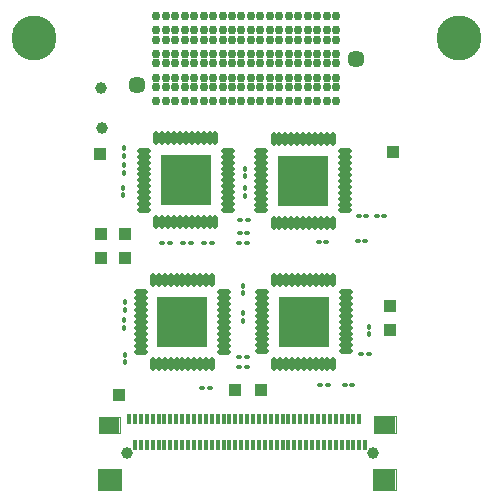
<source format=gbr>
G04 #@! TF.GenerationSoftware,KiCad,Pcbnew,9.0.5*
G04 #@! TF.CreationDate,2025-10-24T14:39:18-07:00*
G04 #@! TF.ProjectId,iris-128b,69726973-2d31-4323-9862-2e6b69636164,rev?*
G04 #@! TF.SameCoordinates,Original*
G04 #@! TF.FileFunction,Soldermask,Top*
G04 #@! TF.FilePolarity,Negative*
%FSLAX46Y46*%
G04 Gerber Fmt 4.6, Leading zero omitted, Abs format (unit mm)*
G04 Created by KiCad (PCBNEW 9.0.5) date 2025-10-24 14:39:18*
%MOMM*%
%LPD*%
G01*
G04 APERTURE LIST*
G04 Aperture macros list*
%AMRoundRect*
0 Rectangle with rounded corners*
0 $1 Rounding radius*
0 $2 $3 $4 $5 $6 $7 $8 $9 X,Y pos of 4 corners*
0 Add a 4 corners polygon primitive as box body*
4,1,4,$2,$3,$4,$5,$6,$7,$8,$9,$2,$3,0*
0 Add four circle primitives for the rounded corners*
1,1,$1+$1,$2,$3*
1,1,$1+$1,$4,$5*
1,1,$1+$1,$6,$7*
1,1,$1+$1,$8,$9*
0 Add four rect primitives between the rounded corners*
20,1,$1+$1,$2,$3,$4,$5,0*
20,1,$1+$1,$4,$5,$6,$7,0*
20,1,$1+$1,$6,$7,$8,$9,0*
20,1,$1+$1,$8,$9,$2,$3,0*%
G04 Aperture macros list end*
%ADD10C,0.100000*%
%ADD11R,1.000000X1.000000*%
%ADD12RoundRect,0.100000X-0.100000X0.130000X-0.100000X-0.130000X0.100000X-0.130000X0.100000X0.130000X0*%
%ADD13RoundRect,0.101600X-0.450000X-0.125000X0.450000X-0.125000X0.450000X0.125000X-0.450000X0.125000X0*%
%ADD14RoundRect,0.101600X0.125000X-0.450000X0.125000X0.450000X-0.125000X0.450000X-0.125000X-0.450000X0*%
%ADD15RoundRect,0.101600X0.450000X0.125000X-0.450000X0.125000X-0.450000X-0.125000X0.450000X-0.125000X0*%
%ADD16RoundRect,0.101600X-0.125000X0.450000X-0.125000X-0.450000X0.125000X-0.450000X0.125000X0.450000X0*%
%ADD17RoundRect,0.101600X-2.050000X-2.050000X2.050000X-2.050000X2.050000X2.050000X-2.050000X2.050000X0*%
%ADD18RoundRect,0.100000X0.130000X0.100000X-0.130000X0.100000X-0.130000X-0.100000X0.130000X-0.100000X0*%
%ADD19RoundRect,0.100000X-0.130000X-0.100000X0.130000X-0.100000X0.130000X0.100000X-0.130000X0.100000X0*%
%ADD20C,3.800000*%
%ADD21RoundRect,0.100000X0.100000X-0.130000X0.100000X0.130000X-0.100000X0.130000X-0.100000X-0.130000X0*%
%ADD22C,1.000000*%
%ADD23C,1.450000*%
%ADD24C,0.764000*%
%ADD25RoundRect,0.180400X-0.000010X-0.300000X0.000010X-0.300000X0.000010X0.300000X-0.000010X0.300000X0*%
%ADD26R,1.810000X1.380000*%
%ADD27R,1.950000X1.800000*%
G04 APERTURE END LIST*
D10*
X102055000Y-118950000D02*
X104005000Y-118950000D01*
X104005000Y-120750000D01*
X102055000Y-120750000D01*
X102055000Y-118950000D01*
X102105000Y-114510000D02*
X103915000Y-114510000D01*
X103915000Y-115890000D01*
X102105000Y-115890000D01*
X102105000Y-114510000D01*
X125325000Y-118950000D02*
X127275000Y-118950000D01*
X127275000Y-120750000D01*
X125325000Y-120750000D01*
X125325000Y-118950000D01*
X125445000Y-114490000D02*
X127255000Y-114490000D01*
X127255000Y-115870000D01*
X125445000Y-115870000D01*
X125445000Y-114490000D01*
D11*
X102260000Y-92280000D03*
D12*
X114500000Y-95155000D03*
X114500000Y-95795000D03*
D11*
X104325000Y-101075000D03*
X113650000Y-112250000D03*
D13*
X105652220Y-103990240D03*
X105652220Y-104490240D03*
X105652220Y-104990240D03*
X105652220Y-105490240D03*
X105652220Y-105990240D03*
X105652220Y-106490240D03*
X105652220Y-106990240D03*
X105652220Y-107490240D03*
X105652220Y-107990240D03*
X105652220Y-108490240D03*
X105652220Y-108990240D03*
D14*
X106702220Y-110040240D03*
X107202220Y-110040240D03*
X107702220Y-110040240D03*
X108202220Y-110040240D03*
X108702220Y-110040240D03*
X109202220Y-110040240D03*
X109702220Y-110040240D03*
X110202220Y-110040240D03*
X110702220Y-110040240D03*
X111202220Y-110040240D03*
X111702220Y-110040240D03*
D15*
X112752220Y-108990240D03*
X112752220Y-108490240D03*
X112752220Y-107990240D03*
X112752220Y-107490240D03*
X112752220Y-106990240D03*
X112752220Y-106490240D03*
X112752220Y-105990240D03*
X112752220Y-105490240D03*
X112752220Y-104990240D03*
X112752220Y-104490240D03*
X112752220Y-103990240D03*
D16*
X111702220Y-102940240D03*
X111202220Y-102940240D03*
X110702220Y-102940240D03*
X110202220Y-102940240D03*
X109702220Y-102940240D03*
X109202220Y-102940240D03*
X108702220Y-102940240D03*
X108202220Y-102940240D03*
X107702220Y-102940240D03*
X107202220Y-102940240D03*
X106702220Y-102940240D03*
D17*
X109202220Y-106490240D03*
D11*
X104300000Y-99000000D03*
X102300000Y-99000000D03*
D12*
X104275000Y-106330000D03*
X104275000Y-106970000D03*
X104200000Y-95105000D03*
X104200000Y-95745000D03*
D11*
X126775000Y-105125000D03*
D18*
X108108030Y-99832870D03*
X107468030Y-99832870D03*
D19*
X110878380Y-112102900D03*
X111518380Y-112102900D03*
D11*
X102290880Y-101071680D03*
D19*
X109248570Y-99843550D03*
X109888570Y-99843550D03*
X111048570Y-99843550D03*
X111688570Y-99843550D03*
D20*
X96650000Y-82485000D03*
D19*
X114079020Y-97886520D03*
X114719020Y-97886520D03*
D21*
X104300000Y-105445000D03*
X104300000Y-104805000D03*
D11*
X127022860Y-92100400D03*
D13*
X115925130Y-103968810D03*
X115925130Y-104468810D03*
X115925130Y-104968810D03*
X115925130Y-105468810D03*
X115925130Y-105968810D03*
X115925130Y-106468810D03*
X115925130Y-106968810D03*
X115925130Y-107468810D03*
X115925130Y-107968810D03*
X115925130Y-108468810D03*
X115925130Y-108968810D03*
D14*
X116975130Y-110018810D03*
X117475130Y-110018810D03*
X117975130Y-110018810D03*
X118475130Y-110018810D03*
X118975130Y-110018810D03*
X119475130Y-110018810D03*
X119975130Y-110018810D03*
X120475130Y-110018810D03*
X120975130Y-110018810D03*
X121475130Y-110018810D03*
X121975130Y-110018810D03*
D15*
X123025130Y-108968810D03*
X123025130Y-108468810D03*
X123025130Y-107968810D03*
X123025130Y-107468810D03*
X123025130Y-106968810D03*
X123025130Y-106468810D03*
X123025130Y-105968810D03*
X123025130Y-105468810D03*
X123025130Y-104968810D03*
X123025130Y-104468810D03*
X123025130Y-103968810D03*
D16*
X121975130Y-102918810D03*
X121475130Y-102918810D03*
X120975130Y-102918810D03*
X120475130Y-102918810D03*
X119975130Y-102918810D03*
X119475130Y-102918810D03*
X118975130Y-102918810D03*
X118475130Y-102918810D03*
X117975130Y-102918810D03*
X117475130Y-102918810D03*
X116975130Y-102918810D03*
D17*
X119475130Y-106468810D03*
D22*
X102380000Y-90030000D03*
D19*
X122955000Y-111850000D03*
X123595000Y-111850000D03*
X120844970Y-111856150D03*
X121484970Y-111856150D03*
D21*
X114325000Y-104045000D03*
X114325000Y-103405000D03*
D22*
X102334060Y-86647020D03*
D18*
X114645000Y-99800000D03*
X114005000Y-99800000D03*
D11*
X103800000Y-112700000D03*
D13*
X115864400Y-92045280D03*
X115864400Y-92545280D03*
X115864400Y-93045280D03*
X115864400Y-93545280D03*
X115864400Y-94045280D03*
X115864400Y-94545280D03*
X115864400Y-95045280D03*
X115864400Y-95545280D03*
X115864400Y-96045280D03*
X115864400Y-96545280D03*
X115864400Y-97045280D03*
D14*
X116914400Y-98095280D03*
X117414400Y-98095280D03*
X117914400Y-98095280D03*
X118414400Y-98095280D03*
X118914400Y-98095280D03*
X119414400Y-98095280D03*
X119914400Y-98095280D03*
X120414400Y-98095280D03*
X120914400Y-98095280D03*
X121414400Y-98095280D03*
X121914400Y-98095280D03*
D15*
X122964400Y-97045280D03*
X122964400Y-96545280D03*
X122964400Y-96045280D03*
X122964400Y-95545280D03*
X122964400Y-95045280D03*
X122964400Y-94545280D03*
X122964400Y-94045280D03*
X122964400Y-93545280D03*
X122964400Y-93045280D03*
X122964400Y-92545280D03*
X122964400Y-92045280D03*
D16*
X121914400Y-90995280D03*
X121414400Y-90995280D03*
X120914400Y-90995280D03*
X120414400Y-90995280D03*
X119914400Y-90995280D03*
X119414400Y-90995280D03*
X118914400Y-90995280D03*
X118414400Y-90995280D03*
X117914400Y-90995280D03*
X117414400Y-90995280D03*
X116914400Y-90995280D03*
D17*
X119414400Y-94545280D03*
D11*
X126775000Y-107175000D03*
D21*
X104350000Y-109895000D03*
X104350000Y-109255000D03*
D12*
X104225000Y-91780000D03*
X104225000Y-92420000D03*
D21*
X104225000Y-93845000D03*
X104225000Y-93205000D03*
D19*
X114030000Y-109470000D03*
X114670000Y-109470000D03*
X125655000Y-97475000D03*
X126295000Y-97475000D03*
X120723570Y-99743550D03*
X121363570Y-99743550D03*
D21*
X114497104Y-94150648D03*
X114497104Y-93510648D03*
D20*
X132650000Y-82485000D03*
D11*
X126775000Y-105125000D03*
D21*
X114300000Y-106395000D03*
X114300000Y-105755000D03*
D13*
X105942120Y-92000000D03*
X105942120Y-92500000D03*
X105942120Y-93000000D03*
X105942120Y-93500000D03*
X105942120Y-94000000D03*
X105942120Y-94500000D03*
X105942120Y-95000000D03*
X105942120Y-95500000D03*
X105942120Y-96000000D03*
X105942120Y-96500000D03*
X105942120Y-97000000D03*
D14*
X106992120Y-98050000D03*
X107492120Y-98050000D03*
X107992120Y-98050000D03*
X108492120Y-98050000D03*
X108992120Y-98050000D03*
X109492120Y-98050000D03*
X109992120Y-98050000D03*
X110492120Y-98050000D03*
X110992120Y-98050000D03*
X111492120Y-98050000D03*
X111992120Y-98050000D03*
D15*
X113042120Y-97000000D03*
X113042120Y-96500000D03*
X113042120Y-96000000D03*
X113042120Y-95500000D03*
X113042120Y-95000000D03*
X113042120Y-94500000D03*
X113042120Y-94000000D03*
X113042120Y-93500000D03*
X113042120Y-93000000D03*
X113042120Y-92500000D03*
X113042120Y-92000000D03*
D16*
X111992120Y-90950000D03*
X111492120Y-90950000D03*
X110992120Y-90950000D03*
X110492120Y-90950000D03*
X109992120Y-90950000D03*
X109492120Y-90950000D03*
X108992120Y-90950000D03*
X108492120Y-90950000D03*
X107992120Y-90950000D03*
X107492120Y-90950000D03*
X106992120Y-90950000D03*
D17*
X109492120Y-94500000D03*
D19*
X124130000Y-97500000D03*
X124770000Y-97500000D03*
X124339270Y-109240000D03*
X124979270Y-109240000D03*
D23*
X105320000Y-86450000D03*
X123880000Y-84200000D03*
D24*
X107000000Y-84600000D03*
X107000000Y-85800000D03*
X122200000Y-82600000D03*
X122200000Y-83800000D03*
X108600000Y-80600000D03*
X108600000Y-81800000D03*
X108600000Y-82600000D03*
X108600000Y-83800000D03*
X108600000Y-84600000D03*
X108600000Y-85800000D03*
X108600000Y-86600000D03*
X108600000Y-87800000D03*
X109400000Y-80600000D03*
X109400000Y-81800000D03*
X109400000Y-87800000D03*
X109400000Y-86600000D03*
X109400000Y-85800000D03*
X109400000Y-84600000D03*
X109400000Y-83800000D03*
X109400000Y-82600000D03*
X119800000Y-80600000D03*
X119800000Y-81800000D03*
X119800000Y-82600000D03*
X119800000Y-83800000D03*
X119800000Y-84600000D03*
X119800000Y-85800000D03*
X119800000Y-86600000D03*
X119800000Y-87800000D03*
X120600000Y-87800000D03*
X120600000Y-86600000D03*
X120600000Y-85800000D03*
X120600000Y-84600000D03*
X120600000Y-83800000D03*
X120600000Y-82600000D03*
X120600000Y-81800000D03*
X120600000Y-80600000D03*
X111800000Y-80600000D03*
X111800000Y-81800000D03*
X111800000Y-82600000D03*
X111800000Y-83800000D03*
X111800000Y-84600000D03*
X111800000Y-85800000D03*
X111800000Y-86600000D03*
X111800000Y-87800000D03*
X112600000Y-80600000D03*
X112600000Y-81800000D03*
X112600000Y-87800000D03*
X112600000Y-86600000D03*
X112600000Y-85800000D03*
X112600000Y-84600000D03*
X112600000Y-83800000D03*
X112600000Y-82600000D03*
X115800000Y-81800000D03*
X116600000Y-81800000D03*
X117400000Y-81800000D03*
X115000000Y-82600000D03*
X115800000Y-82600000D03*
X117400000Y-82600000D03*
X116600000Y-82600000D03*
X115800000Y-83800000D03*
X116600000Y-83800000D03*
X117400000Y-83800000D03*
X117400000Y-84600000D03*
X115000000Y-81800000D03*
X117400000Y-80600000D03*
X116600000Y-80600000D03*
X115800000Y-80600000D03*
X115000000Y-80600000D03*
X111000000Y-81800000D03*
X111000000Y-82600000D03*
X111000000Y-83800000D03*
X111000000Y-84600000D03*
X111000000Y-85800000D03*
X111000000Y-86600000D03*
X111000000Y-87800000D03*
X111000000Y-80600000D03*
X110200000Y-87800000D03*
X110200000Y-86600000D03*
X110200000Y-85800000D03*
X110200000Y-84600000D03*
X110200000Y-83800000D03*
X110200000Y-82600000D03*
X110200000Y-81800000D03*
X110200000Y-80600000D03*
X119000000Y-80600000D03*
X119000000Y-81800000D03*
X119000000Y-82600000D03*
X119000000Y-83800000D03*
X119000000Y-84600000D03*
X119000000Y-85800000D03*
X119000000Y-86600000D03*
X119000000Y-87800000D03*
X118200000Y-87800000D03*
X118200000Y-86600000D03*
X118200000Y-85800000D03*
X118200000Y-81800000D03*
X118200000Y-82600000D03*
X118200000Y-83800000D03*
X118200000Y-84600000D03*
X118200000Y-80600000D03*
X114200000Y-85800000D03*
X114200000Y-86600000D03*
X114200000Y-87800000D03*
X113400000Y-87800000D03*
X113400000Y-86600000D03*
X113400000Y-85800000D03*
X113400000Y-84600000D03*
X113400000Y-83800000D03*
X113400000Y-82600000D03*
X113400000Y-81800000D03*
X113400000Y-80600000D03*
X114200000Y-80600000D03*
X114200000Y-81800000D03*
X114200000Y-82600000D03*
X114200000Y-83800000D03*
X114200000Y-84600000D03*
X116600000Y-84600000D03*
X115800000Y-84600000D03*
X117400000Y-85800000D03*
X116600000Y-85800000D03*
X115800000Y-85800000D03*
X117400000Y-86600000D03*
X116600000Y-86600000D03*
X115800000Y-86600000D03*
X117400000Y-87800000D03*
X116600000Y-87800000D03*
X115800000Y-87800000D03*
X115000000Y-83800000D03*
X115000000Y-84600000D03*
X115000000Y-85800000D03*
X115000000Y-86600000D03*
X115000000Y-87800000D03*
X107000000Y-80600000D03*
X107000000Y-81800000D03*
X107000000Y-82600000D03*
X107000000Y-86600000D03*
X107000000Y-87800000D03*
X107800000Y-80600000D03*
X107800000Y-82600000D03*
X107800000Y-84600000D03*
X107800000Y-86600000D03*
X121400000Y-81800000D03*
X121400000Y-83800000D03*
X121400000Y-85800000D03*
X121400000Y-87800000D03*
X122200000Y-80600000D03*
X122200000Y-81800000D03*
X122200000Y-85800000D03*
X122200000Y-86600000D03*
X122200000Y-87800000D03*
X107000000Y-83800000D03*
X122200000Y-84600000D03*
X107800000Y-81800000D03*
X107800000Y-83800000D03*
X121400000Y-80600000D03*
X121400000Y-82600000D03*
X107800000Y-85800000D03*
X107800000Y-87800000D03*
X121400000Y-84600000D03*
X121400000Y-86600000D03*
D11*
X115875000Y-112250000D03*
D21*
X125025000Y-107545000D03*
X125025000Y-106905000D03*
D19*
X124055000Y-99650000D03*
X124695000Y-99650000D03*
X114030000Y-110310000D03*
X114670000Y-110310000D03*
D22*
X104520000Y-117605000D03*
X125370000Y-117605000D03*
D25*
X104680000Y-114700000D03*
X105180000Y-114700000D03*
X105680000Y-114700000D03*
X106180000Y-114700000D03*
X106680000Y-114700000D03*
X107180000Y-114700000D03*
X107680000Y-114700000D03*
X108180000Y-114700000D03*
X108680000Y-114700000D03*
X109180000Y-114700000D03*
X109680000Y-114700000D03*
X110180000Y-114700000D03*
X110680000Y-114700000D03*
X111180000Y-114700000D03*
X111680000Y-114700000D03*
X112180000Y-114700000D03*
X112680000Y-114700000D03*
X113180000Y-114700000D03*
X113680000Y-114700000D03*
X114180000Y-114700000D03*
X114680000Y-114700000D03*
X115180000Y-114700000D03*
X115680000Y-114700000D03*
X116180000Y-114700000D03*
X116680000Y-114700000D03*
X117180000Y-114700000D03*
X117680000Y-114700000D03*
X118180000Y-114700000D03*
X118680000Y-114700000D03*
X119180000Y-114700000D03*
X119680000Y-114700000D03*
X120180000Y-114700000D03*
X120680000Y-114700000D03*
X121180000Y-114700000D03*
X121680000Y-114700000D03*
X122180000Y-114700000D03*
X122680000Y-114700000D03*
X123180000Y-114700000D03*
X123680000Y-114700000D03*
X124180000Y-114700000D03*
X105180000Y-116890000D03*
X105680000Y-116890000D03*
X106180000Y-116890000D03*
X106680000Y-116890000D03*
X107180000Y-116890000D03*
X107680000Y-116890000D03*
X108180000Y-116890000D03*
X108680000Y-116890000D03*
X109180000Y-116890000D03*
X109680000Y-116890000D03*
X110180000Y-116890000D03*
X110680000Y-116890000D03*
X111180000Y-116890000D03*
X111680000Y-116890000D03*
X112180000Y-116890000D03*
X112680000Y-116890000D03*
X113180000Y-116890000D03*
X113680000Y-116890000D03*
X114180000Y-116890000D03*
X114680000Y-116890000D03*
X115180000Y-116890000D03*
X115680000Y-116890000D03*
X116180000Y-116890000D03*
X116680000Y-116890000D03*
X117180000Y-116890000D03*
X117680000Y-116890000D03*
X118180000Y-116890000D03*
X118680000Y-116890000D03*
X119180000Y-116890000D03*
X119680000Y-116890000D03*
X120180000Y-116890000D03*
X120680000Y-116890000D03*
X121180000Y-116890000D03*
X121680000Y-116890000D03*
X122180000Y-116890000D03*
X122680000Y-116890000D03*
X123180000Y-116890000D03*
X123680000Y-116890000D03*
X124180000Y-116890000D03*
X124680000Y-116890000D03*
D26*
X103010000Y-115200000D03*
D27*
X103030000Y-119850000D03*
X126300000Y-119850000D03*
D26*
X126350000Y-115180000D03*
D19*
X114055000Y-98925000D03*
X114695000Y-98925000D03*
M02*

</source>
